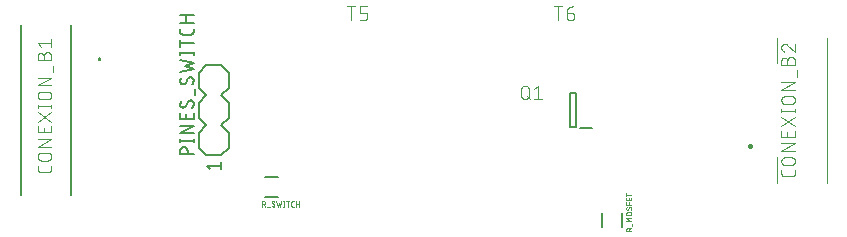
<source format=gbr>
G04 EAGLE Gerber X2 export*
%TF.Part,Single*%
%TF.FileFunction,Legend,Top,1*%
%TF.FilePolarity,Positive*%
%TF.GenerationSoftware,Autodesk,EAGLE,9.1.0*%
%TF.CreationDate,2020-06-24T00:00:21Z*%
G75*
%MOMM*%
%FSLAX34Y34*%
%LPD*%
%AMOC8*
5,1,8,0,0,1.08239X$1,22.5*%
G01*
%ADD10C,0.200000*%
%ADD11C,0.101600*%
%ADD12C,0.152400*%
%ADD13C,0.127000*%
%ADD14C,0.050800*%
%ADD15C,0.100000*%
%ADD16C,0.300000*%
%ADD17C,0.300000*%


D10*
X547250Y130500D02*
X542750Y130500D01*
X542750Y159500D01*
X547250Y159500D01*
X547250Y130500D01*
X550750Y130000D02*
X561250Y130000D01*
D11*
X501183Y157404D02*
X501183Y162596D01*
X501182Y162596D02*
X501184Y162709D01*
X501190Y162822D01*
X501200Y162935D01*
X501214Y163048D01*
X501231Y163160D01*
X501253Y163271D01*
X501278Y163381D01*
X501308Y163491D01*
X501341Y163599D01*
X501378Y163706D01*
X501418Y163812D01*
X501463Y163916D01*
X501511Y164019D01*
X501562Y164120D01*
X501617Y164219D01*
X501675Y164316D01*
X501737Y164411D01*
X501802Y164504D01*
X501870Y164594D01*
X501941Y164682D01*
X502016Y164768D01*
X502093Y164851D01*
X502173Y164931D01*
X502256Y165008D01*
X502342Y165083D01*
X502430Y165154D01*
X502520Y165222D01*
X502613Y165287D01*
X502708Y165349D01*
X502805Y165407D01*
X502904Y165462D01*
X503005Y165513D01*
X503108Y165561D01*
X503212Y165606D01*
X503318Y165646D01*
X503425Y165683D01*
X503533Y165716D01*
X503643Y165746D01*
X503753Y165771D01*
X503864Y165793D01*
X503976Y165810D01*
X504089Y165824D01*
X504202Y165834D01*
X504315Y165840D01*
X504428Y165842D01*
X504541Y165840D01*
X504654Y165834D01*
X504767Y165824D01*
X504880Y165810D01*
X504992Y165793D01*
X505103Y165771D01*
X505213Y165746D01*
X505323Y165716D01*
X505431Y165683D01*
X505538Y165646D01*
X505644Y165606D01*
X505748Y165561D01*
X505851Y165513D01*
X505952Y165462D01*
X506051Y165407D01*
X506148Y165349D01*
X506243Y165287D01*
X506336Y165222D01*
X506426Y165154D01*
X506514Y165083D01*
X506600Y165008D01*
X506683Y164931D01*
X506763Y164851D01*
X506840Y164768D01*
X506915Y164682D01*
X506986Y164594D01*
X507054Y164504D01*
X507119Y164411D01*
X507181Y164316D01*
X507239Y164219D01*
X507294Y164120D01*
X507345Y164019D01*
X507393Y163916D01*
X507438Y163812D01*
X507478Y163706D01*
X507515Y163599D01*
X507548Y163491D01*
X507578Y163381D01*
X507603Y163271D01*
X507625Y163160D01*
X507642Y163048D01*
X507656Y162935D01*
X507666Y162822D01*
X507672Y162709D01*
X507674Y162596D01*
X507674Y157404D01*
X507672Y157291D01*
X507666Y157178D01*
X507656Y157065D01*
X507642Y156952D01*
X507625Y156840D01*
X507603Y156729D01*
X507578Y156619D01*
X507548Y156509D01*
X507515Y156401D01*
X507478Y156294D01*
X507438Y156188D01*
X507393Y156084D01*
X507345Y155981D01*
X507294Y155880D01*
X507239Y155781D01*
X507181Y155684D01*
X507119Y155589D01*
X507054Y155496D01*
X506986Y155406D01*
X506915Y155318D01*
X506840Y155232D01*
X506763Y155149D01*
X506683Y155069D01*
X506600Y154992D01*
X506514Y154917D01*
X506426Y154846D01*
X506336Y154778D01*
X506243Y154713D01*
X506148Y154651D01*
X506051Y154593D01*
X505952Y154538D01*
X505851Y154487D01*
X505748Y154439D01*
X505644Y154394D01*
X505538Y154354D01*
X505431Y154317D01*
X505323Y154284D01*
X505213Y154254D01*
X505103Y154229D01*
X504992Y154207D01*
X504880Y154190D01*
X504767Y154176D01*
X504654Y154166D01*
X504541Y154160D01*
X504428Y154158D01*
X504315Y154160D01*
X504202Y154166D01*
X504089Y154176D01*
X503976Y154190D01*
X503864Y154207D01*
X503753Y154229D01*
X503643Y154254D01*
X503533Y154284D01*
X503425Y154317D01*
X503318Y154354D01*
X503212Y154394D01*
X503108Y154439D01*
X503005Y154487D01*
X502904Y154538D01*
X502805Y154593D01*
X502708Y154651D01*
X502613Y154713D01*
X502520Y154778D01*
X502430Y154846D01*
X502342Y154917D01*
X502256Y154992D01*
X502173Y155069D01*
X502093Y155149D01*
X502016Y155232D01*
X501941Y155318D01*
X501870Y155406D01*
X501802Y155496D01*
X501737Y155589D01*
X501675Y155684D01*
X501617Y155781D01*
X501562Y155880D01*
X501511Y155981D01*
X501463Y156084D01*
X501418Y156188D01*
X501378Y156294D01*
X501341Y156401D01*
X501308Y156509D01*
X501278Y156619D01*
X501253Y156729D01*
X501231Y156840D01*
X501214Y156952D01*
X501200Y157065D01*
X501190Y157178D01*
X501184Y157291D01*
X501182Y157404D01*
X506375Y156754D02*
X508972Y154158D01*
X512326Y163246D02*
X515572Y165842D01*
X515572Y154158D01*
X518817Y154158D02*
X512326Y154158D01*
X357110Y221144D02*
X357110Y232851D01*
X360361Y232851D02*
X353858Y232851D01*
X364545Y221144D02*
X368447Y221144D01*
X368447Y221145D02*
X368547Y221147D01*
X368646Y221153D01*
X368745Y221162D01*
X368844Y221175D01*
X368942Y221193D01*
X369040Y221213D01*
X369136Y221238D01*
X369232Y221266D01*
X369326Y221298D01*
X369419Y221334D01*
X369511Y221373D01*
X369601Y221415D01*
X369690Y221461D01*
X369776Y221510D01*
X369861Y221563D01*
X369943Y221619D01*
X370024Y221677D01*
X370102Y221739D01*
X370178Y221804D01*
X370251Y221872D01*
X370321Y221942D01*
X370389Y222016D01*
X370454Y222091D01*
X370516Y222169D01*
X370574Y222250D01*
X370630Y222332D01*
X370683Y222417D01*
X370732Y222503D01*
X370778Y222592D01*
X370820Y222682D01*
X370859Y222774D01*
X370895Y222867D01*
X370927Y222961D01*
X370955Y223057D01*
X370980Y223153D01*
X371000Y223251D01*
X371018Y223349D01*
X371031Y223448D01*
X371040Y223547D01*
X371046Y223646D01*
X371048Y223746D01*
X371048Y225046D01*
X371046Y225146D01*
X371040Y225245D01*
X371031Y225344D01*
X371018Y225443D01*
X371000Y225541D01*
X370980Y225639D01*
X370955Y225735D01*
X370927Y225831D01*
X370895Y225925D01*
X370859Y226018D01*
X370820Y226110D01*
X370778Y226200D01*
X370732Y226289D01*
X370683Y226375D01*
X370630Y226460D01*
X370574Y226542D01*
X370516Y226623D01*
X370454Y226701D01*
X370389Y226777D01*
X370321Y226850D01*
X370251Y226920D01*
X370178Y226988D01*
X370102Y227053D01*
X370024Y227115D01*
X369943Y227173D01*
X369861Y227229D01*
X369776Y227282D01*
X369690Y227331D01*
X369601Y227377D01*
X369511Y227419D01*
X369419Y227458D01*
X369326Y227494D01*
X369232Y227526D01*
X369136Y227554D01*
X369040Y227579D01*
X368942Y227599D01*
X368844Y227617D01*
X368745Y227630D01*
X368646Y227639D01*
X368547Y227645D01*
X368447Y227647D01*
X368447Y227648D02*
X364545Y227648D01*
X364545Y232851D01*
X371048Y232851D01*
X532110Y232851D02*
X532110Y221144D01*
X528858Y232851D02*
X535361Y232851D01*
X539545Y227648D02*
X543447Y227648D01*
X543447Y227647D02*
X543547Y227645D01*
X543646Y227639D01*
X543745Y227630D01*
X543844Y227617D01*
X543942Y227599D01*
X544040Y227579D01*
X544136Y227554D01*
X544232Y227526D01*
X544326Y227494D01*
X544419Y227458D01*
X544511Y227419D01*
X544601Y227377D01*
X544690Y227331D01*
X544776Y227282D01*
X544861Y227229D01*
X544943Y227173D01*
X545024Y227115D01*
X545102Y227053D01*
X545178Y226988D01*
X545251Y226920D01*
X545321Y226850D01*
X545389Y226777D01*
X545454Y226701D01*
X545516Y226623D01*
X545574Y226542D01*
X545630Y226460D01*
X545683Y226375D01*
X545732Y226289D01*
X545778Y226200D01*
X545820Y226110D01*
X545859Y226018D01*
X545895Y225925D01*
X545927Y225831D01*
X545955Y225735D01*
X545980Y225639D01*
X546000Y225541D01*
X546018Y225443D01*
X546031Y225344D01*
X546040Y225245D01*
X546046Y225146D01*
X546048Y225046D01*
X546048Y224396D01*
X546046Y224284D01*
X546040Y224172D01*
X546031Y224060D01*
X546017Y223948D01*
X546000Y223837D01*
X545978Y223727D01*
X545954Y223618D01*
X545925Y223509D01*
X545892Y223402D01*
X545856Y223295D01*
X545816Y223191D01*
X545773Y223087D01*
X545726Y222985D01*
X545676Y222885D01*
X545622Y222786D01*
X545564Y222690D01*
X545504Y222595D01*
X545440Y222503D01*
X545373Y222413D01*
X545303Y222325D01*
X545230Y222240D01*
X545154Y222157D01*
X545076Y222077D01*
X544994Y221999D01*
X544910Y221925D01*
X544824Y221853D01*
X544735Y221785D01*
X544643Y221720D01*
X544550Y221657D01*
X544454Y221599D01*
X544357Y221543D01*
X544257Y221491D01*
X544156Y221442D01*
X544053Y221397D01*
X543949Y221355D01*
X543844Y221317D01*
X543737Y221283D01*
X543629Y221252D01*
X543520Y221226D01*
X543410Y221202D01*
X543299Y221183D01*
X543188Y221168D01*
X543076Y221156D01*
X542964Y221148D01*
X542852Y221144D01*
X542740Y221144D01*
X542628Y221148D01*
X542516Y221156D01*
X542404Y221168D01*
X542293Y221183D01*
X542182Y221202D01*
X542072Y221226D01*
X541963Y221252D01*
X541855Y221283D01*
X541748Y221317D01*
X541643Y221355D01*
X541539Y221397D01*
X541436Y221442D01*
X541335Y221491D01*
X541235Y221543D01*
X541138Y221599D01*
X541042Y221657D01*
X540949Y221720D01*
X540857Y221785D01*
X540768Y221853D01*
X540682Y221925D01*
X540598Y221999D01*
X540516Y222077D01*
X540438Y222157D01*
X540362Y222240D01*
X540289Y222325D01*
X540219Y222413D01*
X540152Y222503D01*
X540088Y222595D01*
X540028Y222690D01*
X539970Y222786D01*
X539916Y222885D01*
X539866Y222985D01*
X539819Y223087D01*
X539776Y223191D01*
X539736Y223295D01*
X539700Y223402D01*
X539667Y223509D01*
X539638Y223618D01*
X539614Y223727D01*
X539592Y223837D01*
X539575Y223948D01*
X539561Y224060D01*
X539552Y224172D01*
X539546Y224284D01*
X539544Y224396D01*
X539545Y224396D02*
X539545Y227648D01*
X539547Y227791D01*
X539553Y227935D01*
X539563Y228078D01*
X539577Y228220D01*
X539594Y228363D01*
X539616Y228504D01*
X539642Y228645D01*
X539671Y228786D01*
X539704Y228925D01*
X539741Y229064D01*
X539782Y229201D01*
X539827Y229337D01*
X539875Y229472D01*
X539927Y229606D01*
X539983Y229738D01*
X540043Y229869D01*
X540106Y229997D01*
X540172Y230124D01*
X540242Y230249D01*
X540315Y230373D01*
X540392Y230494D01*
X540472Y230613D01*
X540556Y230729D01*
X540642Y230844D01*
X540732Y230956D01*
X540824Y231065D01*
X540920Y231172D01*
X541019Y231276D01*
X541120Y231377D01*
X541224Y231476D01*
X541331Y231572D01*
X541440Y231664D01*
X541552Y231754D01*
X541667Y231840D01*
X541783Y231924D01*
X541902Y232004D01*
X542023Y232081D01*
X542146Y232154D01*
X542272Y232224D01*
X542399Y232290D01*
X542527Y232353D01*
X542658Y232413D01*
X542790Y232469D01*
X542924Y232521D01*
X543059Y232569D01*
X543195Y232614D01*
X543332Y232655D01*
X543471Y232692D01*
X543610Y232725D01*
X543751Y232754D01*
X543892Y232780D01*
X544033Y232802D01*
X544176Y232819D01*
X544318Y232833D01*
X544461Y232843D01*
X544605Y232849D01*
X544748Y232851D01*
D10*
X120000Y216900D02*
X120000Y73100D01*
X78000Y73100D02*
X78000Y216900D01*
X143332Y188490D02*
X143334Y188541D01*
X143340Y188592D01*
X143350Y188642D01*
X143363Y188691D01*
X143381Y188739D01*
X143402Y188785D01*
X143427Y188830D01*
X143455Y188873D01*
X143486Y188913D01*
X143520Y188951D01*
X143557Y188986D01*
X143597Y189018D01*
X143639Y189047D01*
X143683Y189072D01*
X143729Y189094D01*
X143777Y189113D01*
X143826Y189127D01*
X143876Y189138D01*
X143926Y189145D01*
X143977Y189148D01*
X144028Y189147D01*
X144079Y189142D01*
X144129Y189133D01*
X144179Y189120D01*
X144227Y189104D01*
X144274Y189084D01*
X144319Y189060D01*
X144362Y189033D01*
X144403Y189002D01*
X144442Y188969D01*
X144477Y188932D01*
X144510Y188893D01*
X144540Y188852D01*
X144566Y188808D01*
X144589Y188762D01*
X144608Y188715D01*
X144624Y188666D01*
X144636Y188617D01*
X144644Y188566D01*
X144648Y188516D01*
X144648Y188464D01*
X144644Y188414D01*
X144636Y188363D01*
X144624Y188314D01*
X144608Y188265D01*
X144589Y188218D01*
X144566Y188172D01*
X144540Y188128D01*
X144510Y188087D01*
X144477Y188048D01*
X144442Y188011D01*
X144403Y187978D01*
X144362Y187947D01*
X144319Y187920D01*
X144274Y187896D01*
X144227Y187876D01*
X144179Y187860D01*
X144129Y187847D01*
X144079Y187838D01*
X144028Y187833D01*
X143977Y187832D01*
X143926Y187835D01*
X143876Y187842D01*
X143826Y187853D01*
X143777Y187867D01*
X143729Y187886D01*
X143683Y187908D01*
X143639Y187933D01*
X143597Y187962D01*
X143557Y187994D01*
X143520Y188029D01*
X143486Y188067D01*
X143455Y188107D01*
X143427Y188150D01*
X143402Y188195D01*
X143381Y188241D01*
X143363Y188289D01*
X143350Y188338D01*
X143340Y188388D01*
X143334Y188439D01*
X143332Y188490D01*
D11*
X103482Y98052D02*
X103482Y95456D01*
X103480Y95357D01*
X103474Y95257D01*
X103465Y95158D01*
X103452Y95060D01*
X103435Y94962D01*
X103414Y94864D01*
X103389Y94768D01*
X103361Y94673D01*
X103329Y94579D01*
X103294Y94486D01*
X103255Y94394D01*
X103212Y94304D01*
X103167Y94216D01*
X103117Y94129D01*
X103065Y94045D01*
X103009Y93962D01*
X102951Y93882D01*
X102889Y93804D01*
X102824Y93729D01*
X102756Y93656D01*
X102686Y93586D01*
X102613Y93518D01*
X102538Y93453D01*
X102460Y93391D01*
X102380Y93333D01*
X102297Y93277D01*
X102213Y93225D01*
X102126Y93175D01*
X102038Y93130D01*
X101948Y93087D01*
X101856Y93048D01*
X101763Y93013D01*
X101669Y92981D01*
X101574Y92953D01*
X101478Y92928D01*
X101380Y92907D01*
X101282Y92890D01*
X101184Y92877D01*
X101085Y92868D01*
X100985Y92862D01*
X100886Y92860D01*
X100886Y92859D02*
X94394Y92859D01*
X94295Y92861D01*
X94195Y92867D01*
X94096Y92876D01*
X93998Y92889D01*
X93900Y92907D01*
X93802Y92927D01*
X93706Y92952D01*
X93610Y92980D01*
X93516Y93012D01*
X93423Y93047D01*
X93332Y93086D01*
X93242Y93129D01*
X93153Y93174D01*
X93067Y93224D01*
X92982Y93276D01*
X92900Y93332D01*
X92820Y93391D01*
X92742Y93452D01*
X92666Y93517D01*
X92593Y93585D01*
X92523Y93655D01*
X92455Y93728D01*
X92390Y93804D01*
X92329Y93882D01*
X92270Y93962D01*
X92214Y94044D01*
X92162Y94129D01*
X92113Y94215D01*
X92067Y94304D01*
X92024Y94394D01*
X91985Y94485D01*
X91950Y94578D01*
X91918Y94672D01*
X91890Y94768D01*
X91865Y94864D01*
X91845Y94962D01*
X91827Y95060D01*
X91814Y95158D01*
X91805Y95257D01*
X91799Y95356D01*
X91797Y95456D01*
X91798Y95456D02*
X91798Y98052D01*
X95044Y102418D02*
X100236Y102418D01*
X95044Y102417D02*
X94931Y102419D01*
X94818Y102425D01*
X94705Y102435D01*
X94592Y102449D01*
X94480Y102466D01*
X94369Y102488D01*
X94259Y102513D01*
X94149Y102543D01*
X94041Y102576D01*
X93934Y102613D01*
X93828Y102653D01*
X93724Y102698D01*
X93621Y102746D01*
X93520Y102797D01*
X93421Y102852D01*
X93324Y102910D01*
X93229Y102972D01*
X93136Y103037D01*
X93046Y103105D01*
X92958Y103176D01*
X92872Y103251D01*
X92789Y103328D01*
X92709Y103408D01*
X92632Y103491D01*
X92557Y103577D01*
X92486Y103665D01*
X92418Y103755D01*
X92353Y103848D01*
X92291Y103943D01*
X92233Y104040D01*
X92178Y104139D01*
X92127Y104240D01*
X92079Y104343D01*
X92034Y104447D01*
X91994Y104553D01*
X91957Y104660D01*
X91924Y104768D01*
X91894Y104878D01*
X91869Y104988D01*
X91847Y105099D01*
X91830Y105211D01*
X91816Y105324D01*
X91806Y105437D01*
X91800Y105550D01*
X91798Y105663D01*
X91800Y105776D01*
X91806Y105889D01*
X91816Y106002D01*
X91830Y106115D01*
X91847Y106227D01*
X91869Y106338D01*
X91894Y106448D01*
X91924Y106558D01*
X91957Y106666D01*
X91994Y106773D01*
X92034Y106879D01*
X92079Y106983D01*
X92127Y107086D01*
X92178Y107187D01*
X92233Y107286D01*
X92291Y107383D01*
X92353Y107478D01*
X92418Y107571D01*
X92486Y107661D01*
X92557Y107749D01*
X92632Y107835D01*
X92709Y107918D01*
X92789Y107998D01*
X92872Y108075D01*
X92958Y108150D01*
X93046Y108221D01*
X93136Y108289D01*
X93229Y108354D01*
X93324Y108416D01*
X93421Y108474D01*
X93520Y108529D01*
X93621Y108580D01*
X93724Y108628D01*
X93828Y108673D01*
X93934Y108713D01*
X94041Y108750D01*
X94149Y108783D01*
X94259Y108813D01*
X94369Y108838D01*
X94480Y108860D01*
X94592Y108877D01*
X94705Y108891D01*
X94818Y108901D01*
X94931Y108907D01*
X95044Y108909D01*
X100236Y108909D01*
X100349Y108907D01*
X100462Y108901D01*
X100575Y108891D01*
X100688Y108877D01*
X100800Y108860D01*
X100911Y108838D01*
X101021Y108813D01*
X101131Y108783D01*
X101239Y108750D01*
X101346Y108713D01*
X101452Y108673D01*
X101556Y108628D01*
X101659Y108580D01*
X101760Y108529D01*
X101859Y108474D01*
X101956Y108416D01*
X102051Y108354D01*
X102144Y108289D01*
X102234Y108221D01*
X102322Y108150D01*
X102408Y108075D01*
X102491Y107998D01*
X102571Y107918D01*
X102648Y107835D01*
X102723Y107749D01*
X102794Y107661D01*
X102862Y107571D01*
X102927Y107478D01*
X102989Y107383D01*
X103047Y107286D01*
X103102Y107187D01*
X103153Y107086D01*
X103201Y106983D01*
X103246Y106879D01*
X103286Y106773D01*
X103323Y106666D01*
X103356Y106558D01*
X103386Y106448D01*
X103411Y106338D01*
X103433Y106227D01*
X103450Y106115D01*
X103464Y106002D01*
X103474Y105889D01*
X103480Y105776D01*
X103482Y105663D01*
X103480Y105550D01*
X103474Y105437D01*
X103464Y105324D01*
X103450Y105211D01*
X103433Y105099D01*
X103411Y104988D01*
X103386Y104878D01*
X103356Y104768D01*
X103323Y104660D01*
X103286Y104553D01*
X103246Y104447D01*
X103201Y104343D01*
X103153Y104240D01*
X103102Y104139D01*
X103047Y104040D01*
X102989Y103943D01*
X102927Y103848D01*
X102862Y103755D01*
X102794Y103665D01*
X102723Y103577D01*
X102648Y103491D01*
X102571Y103408D01*
X102491Y103328D01*
X102408Y103251D01*
X102322Y103176D01*
X102234Y103105D01*
X102144Y103037D01*
X102051Y102972D01*
X101956Y102910D01*
X101859Y102852D01*
X101760Y102797D01*
X101659Y102746D01*
X101556Y102698D01*
X101452Y102653D01*
X101346Y102613D01*
X101239Y102576D01*
X101131Y102543D01*
X101021Y102513D01*
X100911Y102488D01*
X100800Y102466D01*
X100688Y102449D01*
X100575Y102435D01*
X100462Y102425D01*
X100349Y102419D01*
X100236Y102417D01*
X103482Y114229D02*
X91798Y114229D01*
X103482Y120720D01*
X91798Y120720D01*
X103482Y126443D02*
X103482Y131636D01*
X103482Y126443D02*
X91798Y126443D01*
X91798Y131636D01*
X96991Y130338D02*
X96991Y126443D01*
X103482Y135296D02*
X91798Y143086D01*
X91798Y135296D02*
X103482Y143086D01*
X103482Y148335D02*
X91798Y148335D01*
X103482Y147037D02*
X103482Y149633D01*
X91798Y149633D02*
X91798Y147037D01*
X95044Y154234D02*
X100236Y154234D01*
X95044Y154233D02*
X94931Y154235D01*
X94818Y154241D01*
X94705Y154251D01*
X94592Y154265D01*
X94480Y154282D01*
X94369Y154304D01*
X94259Y154329D01*
X94149Y154359D01*
X94041Y154392D01*
X93934Y154429D01*
X93828Y154469D01*
X93724Y154514D01*
X93621Y154562D01*
X93520Y154613D01*
X93421Y154668D01*
X93324Y154726D01*
X93229Y154788D01*
X93136Y154853D01*
X93046Y154921D01*
X92958Y154992D01*
X92872Y155067D01*
X92789Y155144D01*
X92709Y155224D01*
X92632Y155307D01*
X92557Y155393D01*
X92486Y155481D01*
X92418Y155571D01*
X92353Y155664D01*
X92291Y155759D01*
X92233Y155856D01*
X92178Y155955D01*
X92127Y156056D01*
X92079Y156159D01*
X92034Y156263D01*
X91994Y156369D01*
X91957Y156476D01*
X91924Y156584D01*
X91894Y156694D01*
X91869Y156804D01*
X91847Y156915D01*
X91830Y157027D01*
X91816Y157140D01*
X91806Y157253D01*
X91800Y157366D01*
X91798Y157479D01*
X91800Y157592D01*
X91806Y157705D01*
X91816Y157818D01*
X91830Y157931D01*
X91847Y158043D01*
X91869Y158154D01*
X91894Y158264D01*
X91924Y158374D01*
X91957Y158482D01*
X91994Y158589D01*
X92034Y158695D01*
X92079Y158799D01*
X92127Y158902D01*
X92178Y159003D01*
X92233Y159102D01*
X92291Y159199D01*
X92353Y159294D01*
X92418Y159387D01*
X92486Y159477D01*
X92557Y159565D01*
X92632Y159651D01*
X92709Y159734D01*
X92789Y159814D01*
X92872Y159891D01*
X92958Y159966D01*
X93046Y160037D01*
X93136Y160105D01*
X93229Y160170D01*
X93324Y160232D01*
X93421Y160290D01*
X93520Y160345D01*
X93621Y160396D01*
X93724Y160444D01*
X93828Y160489D01*
X93934Y160529D01*
X94041Y160566D01*
X94149Y160599D01*
X94259Y160629D01*
X94369Y160654D01*
X94480Y160676D01*
X94592Y160693D01*
X94705Y160707D01*
X94818Y160717D01*
X94931Y160723D01*
X95044Y160725D01*
X100236Y160725D01*
X100349Y160723D01*
X100462Y160717D01*
X100575Y160707D01*
X100688Y160693D01*
X100800Y160676D01*
X100911Y160654D01*
X101021Y160629D01*
X101131Y160599D01*
X101239Y160566D01*
X101346Y160529D01*
X101452Y160489D01*
X101556Y160444D01*
X101659Y160396D01*
X101760Y160345D01*
X101859Y160290D01*
X101956Y160232D01*
X102051Y160170D01*
X102144Y160105D01*
X102234Y160037D01*
X102322Y159966D01*
X102408Y159891D01*
X102491Y159814D01*
X102571Y159734D01*
X102648Y159651D01*
X102723Y159565D01*
X102794Y159477D01*
X102862Y159387D01*
X102927Y159294D01*
X102989Y159199D01*
X103047Y159102D01*
X103102Y159003D01*
X103153Y158902D01*
X103201Y158799D01*
X103246Y158695D01*
X103286Y158589D01*
X103323Y158482D01*
X103356Y158374D01*
X103386Y158264D01*
X103411Y158154D01*
X103433Y158043D01*
X103450Y157931D01*
X103464Y157818D01*
X103474Y157705D01*
X103480Y157592D01*
X103482Y157479D01*
X103480Y157366D01*
X103474Y157253D01*
X103464Y157140D01*
X103450Y157027D01*
X103433Y156915D01*
X103411Y156804D01*
X103386Y156694D01*
X103356Y156584D01*
X103323Y156476D01*
X103286Y156369D01*
X103246Y156263D01*
X103201Y156159D01*
X103153Y156056D01*
X103102Y155955D01*
X103047Y155856D01*
X102989Y155759D01*
X102927Y155664D01*
X102862Y155571D01*
X102794Y155481D01*
X102723Y155393D01*
X102648Y155307D01*
X102571Y155224D01*
X102491Y155144D01*
X102408Y155067D01*
X102322Y154992D01*
X102234Y154921D01*
X102144Y154853D01*
X102051Y154788D01*
X101956Y154726D01*
X101859Y154668D01*
X101760Y154613D01*
X101659Y154562D01*
X101556Y154514D01*
X101452Y154469D01*
X101346Y154429D01*
X101239Y154392D01*
X101131Y154359D01*
X101021Y154329D01*
X100911Y154304D01*
X100800Y154282D01*
X100688Y154265D01*
X100575Y154251D01*
X100462Y154241D01*
X100349Y154235D01*
X100236Y154233D01*
X103482Y166045D02*
X91798Y166045D01*
X103482Y172536D01*
X91798Y172536D01*
X104780Y177362D02*
X104780Y182555D01*
X96991Y187550D02*
X96991Y190795D01*
X96990Y190795D02*
X96992Y190908D01*
X96998Y191021D01*
X97008Y191134D01*
X97022Y191247D01*
X97039Y191359D01*
X97061Y191470D01*
X97086Y191580D01*
X97116Y191690D01*
X97149Y191798D01*
X97186Y191905D01*
X97226Y192011D01*
X97271Y192115D01*
X97319Y192218D01*
X97370Y192319D01*
X97425Y192418D01*
X97483Y192515D01*
X97545Y192610D01*
X97610Y192703D01*
X97678Y192793D01*
X97749Y192881D01*
X97824Y192967D01*
X97901Y193050D01*
X97981Y193130D01*
X98064Y193207D01*
X98150Y193282D01*
X98238Y193353D01*
X98328Y193421D01*
X98421Y193486D01*
X98516Y193548D01*
X98613Y193606D01*
X98712Y193661D01*
X98813Y193712D01*
X98916Y193760D01*
X99020Y193805D01*
X99126Y193845D01*
X99233Y193882D01*
X99341Y193915D01*
X99451Y193945D01*
X99561Y193970D01*
X99672Y193992D01*
X99784Y194009D01*
X99897Y194023D01*
X100010Y194033D01*
X100123Y194039D01*
X100236Y194041D01*
X100349Y194039D01*
X100462Y194033D01*
X100575Y194023D01*
X100688Y194009D01*
X100800Y193992D01*
X100911Y193970D01*
X101021Y193945D01*
X101131Y193915D01*
X101239Y193882D01*
X101346Y193845D01*
X101452Y193805D01*
X101556Y193760D01*
X101659Y193712D01*
X101760Y193661D01*
X101859Y193606D01*
X101956Y193548D01*
X102051Y193486D01*
X102144Y193421D01*
X102234Y193353D01*
X102322Y193282D01*
X102408Y193207D01*
X102491Y193130D01*
X102571Y193050D01*
X102648Y192967D01*
X102723Y192881D01*
X102794Y192793D01*
X102862Y192703D01*
X102927Y192610D01*
X102989Y192515D01*
X103047Y192418D01*
X103102Y192319D01*
X103153Y192218D01*
X103201Y192115D01*
X103246Y192011D01*
X103286Y191905D01*
X103323Y191798D01*
X103356Y191690D01*
X103386Y191580D01*
X103411Y191470D01*
X103433Y191359D01*
X103450Y191247D01*
X103464Y191134D01*
X103474Y191021D01*
X103480Y190908D01*
X103482Y190795D01*
X103482Y187550D01*
X91798Y187550D01*
X91798Y190795D01*
X91800Y190896D01*
X91806Y190996D01*
X91816Y191096D01*
X91829Y191196D01*
X91847Y191295D01*
X91868Y191394D01*
X91893Y191491D01*
X91922Y191588D01*
X91955Y191683D01*
X91991Y191777D01*
X92031Y191869D01*
X92074Y191960D01*
X92121Y192049D01*
X92171Y192136D01*
X92225Y192222D01*
X92282Y192305D01*
X92342Y192385D01*
X92405Y192464D01*
X92472Y192540D01*
X92541Y192613D01*
X92613Y192683D01*
X92687Y192751D01*
X92764Y192816D01*
X92844Y192877D01*
X92926Y192936D01*
X93010Y192991D01*
X93096Y193043D01*
X93184Y193092D01*
X93274Y193137D01*
X93366Y193179D01*
X93459Y193217D01*
X93554Y193251D01*
X93649Y193282D01*
X93746Y193309D01*
X93844Y193332D01*
X93943Y193352D01*
X94043Y193367D01*
X94143Y193379D01*
X94243Y193387D01*
X94344Y193391D01*
X94444Y193391D01*
X94545Y193387D01*
X94645Y193379D01*
X94745Y193367D01*
X94845Y193352D01*
X94944Y193332D01*
X95042Y193309D01*
X95139Y193282D01*
X95234Y193251D01*
X95329Y193217D01*
X95422Y193179D01*
X95514Y193137D01*
X95604Y193092D01*
X95692Y193043D01*
X95778Y192991D01*
X95862Y192936D01*
X95944Y192877D01*
X96024Y192816D01*
X96101Y192751D01*
X96175Y192683D01*
X96247Y192613D01*
X96316Y192540D01*
X96383Y192464D01*
X96446Y192385D01*
X96506Y192305D01*
X96563Y192222D01*
X96617Y192136D01*
X96667Y192049D01*
X96714Y191960D01*
X96757Y191869D01*
X96797Y191777D01*
X96833Y191683D01*
X96866Y191588D01*
X96895Y191491D01*
X96920Y191394D01*
X96941Y191295D01*
X96959Y191196D01*
X96972Y191096D01*
X96982Y190996D01*
X96988Y190896D01*
X96990Y190795D01*
X94394Y198429D02*
X91798Y201675D01*
X103482Y201675D01*
X103482Y198429D02*
X103482Y204921D01*
D12*
X228300Y125950D02*
X228300Y113250D01*
X228300Y125950D02*
X234650Y132300D01*
X247350Y132300D02*
X253700Y125950D01*
X234650Y132300D02*
X228300Y138650D01*
X228300Y151350D01*
X234650Y157700D01*
X247350Y157700D02*
X253700Y151350D01*
X253700Y138650D01*
X247350Y132300D01*
X247350Y106900D02*
X234650Y106900D01*
X228300Y113250D01*
X247350Y106900D02*
X253700Y113250D01*
X253700Y125950D01*
X234650Y157700D02*
X228300Y164050D01*
X228300Y176750D01*
X234650Y183100D01*
X247350Y183100D02*
X253700Y176750D01*
X253700Y164050D01*
X247350Y157700D01*
X247350Y183100D02*
X234650Y183100D01*
D13*
X235285Y98010D02*
X237825Y94835D01*
X235285Y98010D02*
X246715Y98010D01*
X246715Y94835D02*
X246715Y101185D01*
X223855Y107535D02*
X212425Y107535D01*
X212425Y110710D01*
X212427Y110821D01*
X212433Y110931D01*
X212442Y111042D01*
X212456Y111152D01*
X212473Y111261D01*
X212494Y111370D01*
X212519Y111478D01*
X212548Y111585D01*
X212580Y111691D01*
X212616Y111796D01*
X212656Y111899D01*
X212699Y112001D01*
X212746Y112102D01*
X212797Y112201D01*
X212850Y112297D01*
X212907Y112392D01*
X212968Y112485D01*
X213031Y112576D01*
X213098Y112665D01*
X213168Y112751D01*
X213241Y112834D01*
X213316Y112916D01*
X213394Y112994D01*
X213476Y113069D01*
X213559Y113142D01*
X213645Y113212D01*
X213734Y113279D01*
X213825Y113342D01*
X213918Y113403D01*
X214013Y113460D01*
X214109Y113513D01*
X214208Y113564D01*
X214309Y113611D01*
X214411Y113654D01*
X214514Y113694D01*
X214619Y113730D01*
X214725Y113762D01*
X214832Y113791D01*
X214940Y113816D01*
X215049Y113837D01*
X215158Y113854D01*
X215268Y113868D01*
X215379Y113877D01*
X215489Y113883D01*
X215600Y113885D01*
X215711Y113883D01*
X215821Y113877D01*
X215932Y113868D01*
X216042Y113854D01*
X216151Y113837D01*
X216260Y113816D01*
X216368Y113791D01*
X216475Y113762D01*
X216581Y113730D01*
X216686Y113694D01*
X216789Y113654D01*
X216891Y113611D01*
X216992Y113564D01*
X217091Y113513D01*
X217188Y113460D01*
X217282Y113403D01*
X217375Y113342D01*
X217466Y113279D01*
X217555Y113212D01*
X217641Y113142D01*
X217724Y113069D01*
X217806Y112994D01*
X217884Y112916D01*
X217959Y112834D01*
X218032Y112751D01*
X218102Y112665D01*
X218169Y112576D01*
X218232Y112485D01*
X218293Y112392D01*
X218350Y112298D01*
X218403Y112201D01*
X218454Y112102D01*
X218501Y112001D01*
X218544Y111899D01*
X218584Y111796D01*
X218620Y111691D01*
X218652Y111585D01*
X218681Y111478D01*
X218706Y111370D01*
X218727Y111261D01*
X218744Y111152D01*
X218758Y111042D01*
X218767Y110931D01*
X218773Y110821D01*
X218775Y110710D01*
X218775Y107535D01*
X223855Y119283D02*
X212425Y119283D01*
X223855Y118013D02*
X223855Y120553D01*
X212425Y120553D02*
X212425Y118013D01*
X212425Y125633D02*
X223855Y125633D01*
X223855Y131983D02*
X212425Y125633D01*
X212425Y131983D02*
X223855Y131983D01*
X223855Y137850D02*
X223855Y142930D01*
X223855Y137850D02*
X212425Y137850D01*
X212425Y142930D01*
X217505Y141660D02*
X217505Y137850D01*
X223855Y150778D02*
X223853Y150878D01*
X223847Y150977D01*
X223837Y151077D01*
X223824Y151175D01*
X223806Y151274D01*
X223785Y151371D01*
X223760Y151467D01*
X223731Y151563D01*
X223698Y151657D01*
X223662Y151750D01*
X223622Y151841D01*
X223578Y151931D01*
X223531Y152019D01*
X223481Y152105D01*
X223427Y152189D01*
X223370Y152271D01*
X223310Y152350D01*
X223246Y152428D01*
X223180Y152502D01*
X223111Y152574D01*
X223039Y152643D01*
X222965Y152709D01*
X222887Y152773D01*
X222808Y152833D01*
X222726Y152890D01*
X222642Y152944D01*
X222556Y152994D01*
X222468Y153041D01*
X222378Y153085D01*
X222287Y153125D01*
X222194Y153161D01*
X222100Y153194D01*
X222004Y153223D01*
X221908Y153248D01*
X221811Y153269D01*
X221712Y153287D01*
X221614Y153300D01*
X221514Y153310D01*
X221415Y153316D01*
X221315Y153318D01*
X223855Y150778D02*
X223853Y150637D01*
X223848Y150496D01*
X223838Y150355D01*
X223825Y150214D01*
X223809Y150074D01*
X223788Y149934D01*
X223764Y149795D01*
X223736Y149656D01*
X223705Y149519D01*
X223670Y149382D01*
X223632Y149246D01*
X223590Y149111D01*
X223544Y148978D01*
X223495Y148845D01*
X223442Y148714D01*
X223386Y148585D01*
X223327Y148456D01*
X223264Y148330D01*
X223198Y148205D01*
X223129Y148082D01*
X223056Y147961D01*
X222980Y147842D01*
X222901Y147724D01*
X222820Y147609D01*
X222735Y147497D01*
X222647Y147386D01*
X222556Y147278D01*
X222463Y147172D01*
X222366Y147069D01*
X222267Y146968D01*
X214965Y147286D02*
X214865Y147288D01*
X214766Y147294D01*
X214666Y147304D01*
X214568Y147317D01*
X214469Y147335D01*
X214372Y147356D01*
X214276Y147381D01*
X214180Y147410D01*
X214086Y147443D01*
X213993Y147479D01*
X213902Y147519D01*
X213812Y147563D01*
X213724Y147610D01*
X213638Y147660D01*
X213554Y147714D01*
X213472Y147771D01*
X213393Y147831D01*
X213315Y147895D01*
X213241Y147961D01*
X213169Y148030D01*
X213100Y148102D01*
X213034Y148176D01*
X212970Y148254D01*
X212910Y148333D01*
X212853Y148415D01*
X212799Y148499D01*
X212749Y148585D01*
X212702Y148673D01*
X212658Y148763D01*
X212618Y148854D01*
X212582Y148947D01*
X212549Y149041D01*
X212520Y149137D01*
X212495Y149233D01*
X212474Y149330D01*
X212456Y149429D01*
X212443Y149527D01*
X212433Y149627D01*
X212427Y149726D01*
X212425Y149826D01*
X212427Y149959D01*
X212432Y150092D01*
X212442Y150225D01*
X212455Y150358D01*
X212472Y150490D01*
X212492Y150622D01*
X212516Y150753D01*
X212544Y150883D01*
X212575Y151013D01*
X212610Y151141D01*
X212649Y151269D01*
X212691Y151395D01*
X212737Y151520D01*
X212786Y151644D01*
X212838Y151767D01*
X212894Y151888D01*
X212954Y152007D01*
X213016Y152125D01*
X213082Y152240D01*
X213151Y152354D01*
X213224Y152466D01*
X213299Y152576D01*
X213378Y152684D01*
X217188Y148556D02*
X217136Y148472D01*
X217081Y148389D01*
X217022Y148309D01*
X216961Y148231D01*
X216897Y148156D01*
X216829Y148083D01*
X216759Y148012D01*
X216687Y147945D01*
X216612Y147880D01*
X216534Y147818D01*
X216454Y147759D01*
X216372Y147703D01*
X216288Y147651D01*
X216202Y147602D01*
X216114Y147556D01*
X216024Y147513D01*
X215933Y147474D01*
X215840Y147439D01*
X215746Y147407D01*
X215651Y147379D01*
X215555Y147354D01*
X215458Y147334D01*
X215360Y147316D01*
X215262Y147303D01*
X215163Y147294D01*
X215064Y147288D01*
X214965Y147286D01*
X219092Y152049D02*
X219144Y152133D01*
X219199Y152216D01*
X219258Y152296D01*
X219319Y152374D01*
X219383Y152449D01*
X219451Y152522D01*
X219521Y152593D01*
X219593Y152660D01*
X219668Y152725D01*
X219746Y152787D01*
X219826Y152846D01*
X219908Y152902D01*
X219992Y152954D01*
X220078Y153003D01*
X220166Y153049D01*
X220256Y153092D01*
X220347Y153131D01*
X220440Y153166D01*
X220534Y153198D01*
X220629Y153226D01*
X220725Y153251D01*
X220822Y153271D01*
X220920Y153289D01*
X221018Y153302D01*
X221117Y153311D01*
X221216Y153317D01*
X221315Y153319D01*
X219093Y152048D02*
X217188Y148556D01*
X225125Y157509D02*
X225125Y162589D01*
X223855Y170590D02*
X223853Y170690D01*
X223847Y170789D01*
X223837Y170889D01*
X223824Y170987D01*
X223806Y171086D01*
X223785Y171183D01*
X223760Y171279D01*
X223731Y171375D01*
X223698Y171469D01*
X223662Y171562D01*
X223622Y171653D01*
X223578Y171743D01*
X223531Y171831D01*
X223481Y171917D01*
X223427Y172001D01*
X223370Y172083D01*
X223310Y172162D01*
X223246Y172240D01*
X223180Y172314D01*
X223111Y172386D01*
X223039Y172455D01*
X222965Y172521D01*
X222887Y172585D01*
X222808Y172645D01*
X222726Y172702D01*
X222642Y172756D01*
X222556Y172806D01*
X222468Y172853D01*
X222378Y172897D01*
X222287Y172937D01*
X222194Y172973D01*
X222100Y173006D01*
X222004Y173035D01*
X221908Y173060D01*
X221811Y173081D01*
X221712Y173099D01*
X221614Y173112D01*
X221514Y173122D01*
X221415Y173128D01*
X221315Y173130D01*
X223855Y170590D02*
X223853Y170449D01*
X223848Y170308D01*
X223838Y170167D01*
X223825Y170026D01*
X223809Y169886D01*
X223788Y169746D01*
X223764Y169607D01*
X223736Y169468D01*
X223705Y169331D01*
X223670Y169194D01*
X223632Y169058D01*
X223590Y168923D01*
X223544Y168790D01*
X223495Y168657D01*
X223442Y168526D01*
X223386Y168397D01*
X223327Y168268D01*
X223264Y168142D01*
X223198Y168017D01*
X223129Y167894D01*
X223056Y167773D01*
X222980Y167654D01*
X222901Y167536D01*
X222820Y167421D01*
X222735Y167309D01*
X222647Y167198D01*
X222556Y167090D01*
X222463Y166984D01*
X222366Y166881D01*
X222267Y166780D01*
X214965Y167098D02*
X214865Y167100D01*
X214766Y167106D01*
X214666Y167116D01*
X214568Y167129D01*
X214469Y167147D01*
X214372Y167168D01*
X214276Y167193D01*
X214180Y167222D01*
X214086Y167255D01*
X213993Y167291D01*
X213902Y167331D01*
X213812Y167375D01*
X213724Y167422D01*
X213638Y167472D01*
X213554Y167526D01*
X213472Y167583D01*
X213393Y167643D01*
X213315Y167707D01*
X213241Y167773D01*
X213169Y167842D01*
X213100Y167914D01*
X213034Y167988D01*
X212970Y168066D01*
X212910Y168145D01*
X212853Y168227D01*
X212799Y168311D01*
X212749Y168397D01*
X212702Y168485D01*
X212658Y168575D01*
X212618Y168666D01*
X212582Y168759D01*
X212549Y168853D01*
X212520Y168949D01*
X212495Y169045D01*
X212474Y169142D01*
X212456Y169241D01*
X212443Y169339D01*
X212433Y169439D01*
X212427Y169538D01*
X212425Y169638D01*
X212427Y169771D01*
X212432Y169904D01*
X212442Y170037D01*
X212455Y170170D01*
X212472Y170302D01*
X212492Y170434D01*
X212516Y170565D01*
X212544Y170695D01*
X212575Y170825D01*
X212610Y170953D01*
X212649Y171081D01*
X212691Y171207D01*
X212737Y171332D01*
X212786Y171456D01*
X212838Y171579D01*
X212894Y171700D01*
X212954Y171819D01*
X213016Y171937D01*
X213082Y172052D01*
X213151Y172166D01*
X213224Y172278D01*
X213299Y172388D01*
X213378Y172496D01*
X217188Y168368D02*
X217136Y168284D01*
X217081Y168201D01*
X217022Y168121D01*
X216961Y168043D01*
X216897Y167968D01*
X216829Y167895D01*
X216759Y167824D01*
X216687Y167757D01*
X216612Y167692D01*
X216534Y167630D01*
X216454Y167571D01*
X216372Y167515D01*
X216288Y167463D01*
X216202Y167414D01*
X216114Y167368D01*
X216024Y167325D01*
X215933Y167286D01*
X215840Y167251D01*
X215746Y167219D01*
X215651Y167191D01*
X215555Y167166D01*
X215458Y167146D01*
X215360Y167128D01*
X215262Y167115D01*
X215163Y167106D01*
X215064Y167100D01*
X214965Y167098D01*
X219092Y171861D02*
X219144Y171945D01*
X219199Y172028D01*
X219258Y172108D01*
X219319Y172186D01*
X219383Y172261D01*
X219451Y172334D01*
X219521Y172405D01*
X219593Y172472D01*
X219668Y172537D01*
X219746Y172599D01*
X219826Y172658D01*
X219908Y172714D01*
X219992Y172766D01*
X220078Y172815D01*
X220166Y172861D01*
X220256Y172904D01*
X220347Y172943D01*
X220440Y172978D01*
X220534Y173010D01*
X220629Y173038D01*
X220725Y173063D01*
X220822Y173083D01*
X220920Y173101D01*
X221018Y173114D01*
X221117Y173123D01*
X221216Y173129D01*
X221315Y173131D01*
X219093Y171860D02*
X217188Y168368D01*
X212425Y177448D02*
X223855Y179988D01*
X216235Y182528D01*
X223855Y185068D01*
X212425Y187608D01*
X212425Y193196D02*
X223855Y193196D01*
X223855Y191926D02*
X223855Y194466D01*
X212425Y194466D02*
X212425Y191926D01*
X212425Y201578D02*
X223855Y201578D01*
X212425Y198403D02*
X212425Y204753D01*
X223855Y211574D02*
X223855Y214114D01*
X223855Y211574D02*
X223853Y211474D01*
X223847Y211375D01*
X223837Y211275D01*
X223824Y211177D01*
X223806Y211078D01*
X223785Y210981D01*
X223760Y210885D01*
X223731Y210789D01*
X223698Y210695D01*
X223662Y210602D01*
X223622Y210511D01*
X223578Y210421D01*
X223531Y210333D01*
X223481Y210247D01*
X223427Y210163D01*
X223370Y210081D01*
X223310Y210002D01*
X223246Y209924D01*
X223180Y209850D01*
X223111Y209778D01*
X223039Y209709D01*
X222965Y209643D01*
X222887Y209579D01*
X222808Y209519D01*
X222726Y209462D01*
X222642Y209408D01*
X222556Y209358D01*
X222468Y209311D01*
X222378Y209267D01*
X222287Y209227D01*
X222194Y209191D01*
X222100Y209158D01*
X222004Y209129D01*
X221908Y209104D01*
X221811Y209083D01*
X221712Y209065D01*
X221614Y209052D01*
X221514Y209042D01*
X221415Y209036D01*
X221315Y209034D01*
X214965Y209034D01*
X214865Y209036D01*
X214766Y209042D01*
X214666Y209052D01*
X214568Y209065D01*
X214469Y209083D01*
X214372Y209104D01*
X214276Y209129D01*
X214180Y209158D01*
X214086Y209191D01*
X213993Y209227D01*
X213902Y209267D01*
X213812Y209311D01*
X213724Y209358D01*
X213638Y209408D01*
X213554Y209462D01*
X213472Y209519D01*
X213393Y209579D01*
X213315Y209643D01*
X213241Y209709D01*
X213169Y209778D01*
X213100Y209850D01*
X213034Y209924D01*
X212970Y210002D01*
X212910Y210081D01*
X212853Y210163D01*
X212799Y210247D01*
X212749Y210333D01*
X212702Y210421D01*
X212658Y210511D01*
X212618Y210602D01*
X212582Y210695D01*
X212549Y210789D01*
X212520Y210885D01*
X212495Y210981D01*
X212474Y211078D01*
X212456Y211177D01*
X212443Y211275D01*
X212433Y211375D01*
X212427Y211474D01*
X212425Y211574D01*
X212425Y214114D01*
X212425Y218977D02*
X223855Y218977D01*
X217505Y218977D02*
X217505Y225327D01*
X212425Y225327D02*
X223855Y225327D01*
X586300Y57700D02*
X586300Y46300D01*
X569700Y46300D02*
X569700Y57700D01*
D14*
X590054Y42684D02*
X594546Y42684D01*
X590054Y42684D02*
X590054Y43931D01*
X590056Y44000D01*
X590062Y44068D01*
X590071Y44136D01*
X590084Y44204D01*
X590101Y44271D01*
X590122Y44336D01*
X590146Y44401D01*
X590173Y44464D01*
X590204Y44525D01*
X590239Y44585D01*
X590276Y44642D01*
X590317Y44698D01*
X590361Y44751D01*
X590407Y44801D01*
X590457Y44849D01*
X590509Y44894D01*
X590563Y44937D01*
X590619Y44976D01*
X590678Y45012D01*
X590738Y45045D01*
X590801Y45074D01*
X590864Y45100D01*
X590929Y45122D01*
X590996Y45141D01*
X591063Y45156D01*
X591131Y45167D01*
X591199Y45175D01*
X591268Y45179D01*
X591336Y45179D01*
X591405Y45175D01*
X591473Y45167D01*
X591541Y45156D01*
X591608Y45141D01*
X591675Y45122D01*
X591740Y45100D01*
X591803Y45074D01*
X591866Y45045D01*
X591926Y45012D01*
X591985Y44976D01*
X592041Y44937D01*
X592095Y44894D01*
X592147Y44849D01*
X592197Y44801D01*
X592243Y44751D01*
X592287Y44698D01*
X592328Y44642D01*
X592365Y44585D01*
X592400Y44525D01*
X592431Y44464D01*
X592458Y44401D01*
X592482Y44336D01*
X592503Y44271D01*
X592520Y44204D01*
X592533Y44136D01*
X592542Y44068D01*
X592548Y44000D01*
X592550Y43931D01*
X592550Y42684D01*
X592550Y44181D02*
X594546Y45179D01*
X595045Y46950D02*
X595045Y48947D01*
X594546Y50951D02*
X590054Y50951D01*
X592550Y52448D01*
X590054Y53946D01*
X594546Y53946D01*
X593298Y56151D02*
X591302Y56151D01*
X591302Y56150D02*
X591233Y56152D01*
X591165Y56158D01*
X591097Y56167D01*
X591029Y56180D01*
X590962Y56197D01*
X590897Y56218D01*
X590832Y56242D01*
X590769Y56269D01*
X590708Y56300D01*
X590648Y56335D01*
X590591Y56372D01*
X590535Y56413D01*
X590482Y56457D01*
X590432Y56503D01*
X590384Y56553D01*
X590339Y56605D01*
X590296Y56659D01*
X590257Y56715D01*
X590221Y56774D01*
X590188Y56834D01*
X590159Y56897D01*
X590133Y56960D01*
X590111Y57025D01*
X590092Y57092D01*
X590077Y57159D01*
X590066Y57227D01*
X590058Y57295D01*
X590054Y57364D01*
X590054Y57432D01*
X590058Y57501D01*
X590066Y57569D01*
X590077Y57637D01*
X590092Y57704D01*
X590111Y57771D01*
X590133Y57836D01*
X590159Y57899D01*
X590188Y57962D01*
X590221Y58022D01*
X590257Y58081D01*
X590296Y58137D01*
X590339Y58191D01*
X590384Y58243D01*
X590432Y58293D01*
X590482Y58339D01*
X590535Y58383D01*
X590591Y58424D01*
X590648Y58461D01*
X590708Y58496D01*
X590769Y58527D01*
X590832Y58554D01*
X590897Y58578D01*
X590962Y58599D01*
X591029Y58616D01*
X591097Y58629D01*
X591165Y58638D01*
X591233Y58644D01*
X591302Y58646D01*
X593298Y58646D01*
X593367Y58644D01*
X593435Y58638D01*
X593503Y58629D01*
X593571Y58616D01*
X593638Y58599D01*
X593703Y58578D01*
X593768Y58554D01*
X593831Y58527D01*
X593892Y58496D01*
X593952Y58461D01*
X594009Y58424D01*
X594065Y58383D01*
X594118Y58339D01*
X594168Y58293D01*
X594216Y58243D01*
X594261Y58191D01*
X594304Y58137D01*
X594343Y58081D01*
X594379Y58022D01*
X594412Y57962D01*
X594441Y57899D01*
X594467Y57836D01*
X594489Y57771D01*
X594508Y57704D01*
X594523Y57637D01*
X594534Y57569D01*
X594542Y57501D01*
X594546Y57432D01*
X594546Y57364D01*
X594542Y57295D01*
X594534Y57227D01*
X594523Y57159D01*
X594508Y57092D01*
X594489Y57025D01*
X594467Y56960D01*
X594441Y56897D01*
X594412Y56834D01*
X594379Y56774D01*
X594343Y56715D01*
X594304Y56659D01*
X594261Y56605D01*
X594216Y56553D01*
X594168Y56503D01*
X594118Y56457D01*
X594065Y56413D01*
X594009Y56372D01*
X593952Y56335D01*
X593892Y56300D01*
X593831Y56269D01*
X593768Y56242D01*
X593703Y56218D01*
X593638Y56197D01*
X593571Y56180D01*
X593503Y56167D01*
X593435Y56158D01*
X593367Y56152D01*
X593298Y56150D01*
X594546Y61998D02*
X594544Y62058D01*
X594539Y62118D01*
X594530Y62178D01*
X594517Y62237D01*
X594501Y62295D01*
X594481Y62352D01*
X594458Y62408D01*
X594432Y62462D01*
X594402Y62514D01*
X594369Y62565D01*
X594334Y62613D01*
X594295Y62660D01*
X594254Y62704D01*
X594210Y62745D01*
X594163Y62784D01*
X594115Y62819D01*
X594064Y62852D01*
X594012Y62882D01*
X593958Y62908D01*
X593902Y62931D01*
X593845Y62951D01*
X593787Y62967D01*
X593728Y62980D01*
X593668Y62989D01*
X593608Y62994D01*
X593548Y62996D01*
X594546Y61998D02*
X594544Y61910D01*
X594539Y61823D01*
X594530Y61736D01*
X594517Y61649D01*
X594501Y61563D01*
X594481Y61478D01*
X594457Y61393D01*
X594431Y61310D01*
X594400Y61227D01*
X594366Y61147D01*
X594329Y61067D01*
X594289Y60989D01*
X594246Y60913D01*
X594199Y60839D01*
X594149Y60767D01*
X594097Y60697D01*
X594041Y60629D01*
X593983Y60563D01*
X593922Y60500D01*
X591052Y60626D02*
X590992Y60628D01*
X590932Y60633D01*
X590872Y60642D01*
X590813Y60655D01*
X590755Y60671D01*
X590698Y60691D01*
X590642Y60714D01*
X590588Y60740D01*
X590536Y60770D01*
X590485Y60803D01*
X590437Y60838D01*
X590390Y60877D01*
X590346Y60918D01*
X590305Y60962D01*
X590266Y61009D01*
X590231Y61057D01*
X590198Y61108D01*
X590168Y61160D01*
X590142Y61214D01*
X590119Y61270D01*
X590099Y61327D01*
X590083Y61385D01*
X590070Y61444D01*
X590061Y61504D01*
X590056Y61564D01*
X590054Y61624D01*
X590056Y61710D01*
X590062Y61796D01*
X590072Y61881D01*
X590086Y61966D01*
X590103Y62050D01*
X590125Y62134D01*
X590150Y62216D01*
X590179Y62297D01*
X590212Y62377D01*
X590248Y62454D01*
X590288Y62531D01*
X590332Y62605D01*
X590378Y62677D01*
X590428Y62747D01*
X591926Y61124D02*
X591893Y61072D01*
X591856Y61022D01*
X591817Y60974D01*
X591775Y60928D01*
X591730Y60885D01*
X591683Y60845D01*
X591634Y60808D01*
X591582Y60774D01*
X591528Y60744D01*
X591472Y60716D01*
X591415Y60692D01*
X591357Y60672D01*
X591297Y60655D01*
X591237Y60642D01*
X591176Y60633D01*
X591114Y60627D01*
X591052Y60625D01*
X592674Y62497D02*
X592707Y62549D01*
X592744Y62599D01*
X592783Y62647D01*
X592825Y62693D01*
X592870Y62736D01*
X592917Y62776D01*
X592966Y62813D01*
X593018Y62847D01*
X593072Y62877D01*
X593128Y62905D01*
X593185Y62929D01*
X593243Y62949D01*
X593303Y62966D01*
X593363Y62979D01*
X593424Y62988D01*
X593486Y62994D01*
X593548Y62996D01*
X592674Y62497D02*
X591926Y61124D01*
X590054Y65011D02*
X594546Y65011D01*
X590054Y65011D02*
X590054Y67007D01*
X592050Y67007D02*
X592050Y65011D01*
X594546Y68911D02*
X594546Y70907D01*
X594546Y68911D02*
X590054Y68911D01*
X590054Y70907D01*
X592050Y70408D02*
X592050Y68911D01*
X590054Y73598D02*
X594546Y73598D01*
X590054Y72350D02*
X590054Y74846D01*
D13*
X295700Y71700D02*
X284300Y71700D01*
X284300Y88300D02*
X295700Y88300D01*
D14*
X281884Y67946D02*
X281884Y63454D01*
X281884Y67946D02*
X283131Y67946D01*
X283200Y67944D01*
X283268Y67938D01*
X283336Y67929D01*
X283404Y67916D01*
X283471Y67899D01*
X283536Y67878D01*
X283601Y67854D01*
X283664Y67827D01*
X283725Y67796D01*
X283785Y67761D01*
X283842Y67724D01*
X283898Y67683D01*
X283951Y67639D01*
X284001Y67593D01*
X284049Y67543D01*
X284094Y67491D01*
X284137Y67437D01*
X284176Y67381D01*
X284212Y67322D01*
X284245Y67262D01*
X284274Y67199D01*
X284300Y67136D01*
X284322Y67071D01*
X284341Y67004D01*
X284356Y66937D01*
X284367Y66869D01*
X284375Y66801D01*
X284379Y66732D01*
X284379Y66664D01*
X284375Y66595D01*
X284367Y66527D01*
X284356Y66459D01*
X284341Y66392D01*
X284322Y66325D01*
X284300Y66260D01*
X284274Y66197D01*
X284245Y66134D01*
X284212Y66074D01*
X284176Y66015D01*
X284137Y65959D01*
X284094Y65905D01*
X284049Y65853D01*
X284001Y65803D01*
X283951Y65757D01*
X283898Y65713D01*
X283842Y65672D01*
X283785Y65635D01*
X283725Y65600D01*
X283664Y65569D01*
X283601Y65542D01*
X283536Y65518D01*
X283471Y65497D01*
X283404Y65480D01*
X283336Y65467D01*
X283268Y65458D01*
X283200Y65452D01*
X283131Y65450D01*
X281884Y65450D01*
X283381Y65450D02*
X284379Y63454D01*
X286150Y62955D02*
X288147Y62955D01*
X291298Y63454D02*
X291361Y63456D01*
X291423Y63462D01*
X291485Y63472D01*
X291546Y63485D01*
X291606Y63503D01*
X291665Y63524D01*
X291723Y63549D01*
X291779Y63577D01*
X291833Y63609D01*
X291885Y63645D01*
X291934Y63683D01*
X291981Y63725D01*
X292026Y63769D01*
X292067Y63816D01*
X292105Y63865D01*
X292141Y63917D01*
X292173Y63971D01*
X292201Y64027D01*
X292226Y64085D01*
X292247Y64144D01*
X292265Y64204D01*
X292278Y64265D01*
X292288Y64327D01*
X292294Y64389D01*
X292296Y64452D01*
X291298Y63454D02*
X291210Y63456D01*
X291123Y63461D01*
X291036Y63470D01*
X290949Y63483D01*
X290863Y63499D01*
X290778Y63519D01*
X290693Y63543D01*
X290610Y63569D01*
X290527Y63600D01*
X290447Y63634D01*
X290367Y63671D01*
X290289Y63711D01*
X290213Y63754D01*
X290139Y63801D01*
X290067Y63851D01*
X289997Y63903D01*
X289929Y63959D01*
X289863Y64017D01*
X289800Y64078D01*
X289926Y66948D02*
X289928Y67008D01*
X289933Y67068D01*
X289942Y67128D01*
X289955Y67187D01*
X289971Y67245D01*
X289991Y67302D01*
X290014Y67358D01*
X290040Y67412D01*
X290070Y67464D01*
X290103Y67515D01*
X290138Y67563D01*
X290177Y67610D01*
X290218Y67654D01*
X290262Y67695D01*
X290309Y67734D01*
X290357Y67769D01*
X290408Y67802D01*
X290460Y67832D01*
X290514Y67858D01*
X290570Y67881D01*
X290627Y67901D01*
X290685Y67917D01*
X290744Y67930D01*
X290804Y67939D01*
X290864Y67944D01*
X290924Y67946D01*
X291010Y67944D01*
X291096Y67938D01*
X291181Y67928D01*
X291266Y67914D01*
X291350Y67897D01*
X291434Y67875D01*
X291516Y67850D01*
X291597Y67821D01*
X291677Y67788D01*
X291754Y67752D01*
X291831Y67712D01*
X291905Y67668D01*
X291977Y67622D01*
X292047Y67572D01*
X290424Y66074D02*
X290372Y66107D01*
X290322Y66144D01*
X290274Y66183D01*
X290228Y66225D01*
X290185Y66270D01*
X290145Y66317D01*
X290108Y66366D01*
X290074Y66418D01*
X290044Y66472D01*
X290016Y66528D01*
X289992Y66585D01*
X289972Y66643D01*
X289955Y66703D01*
X289942Y66763D01*
X289933Y66824D01*
X289927Y66886D01*
X289925Y66948D01*
X291797Y65326D02*
X291849Y65293D01*
X291899Y65256D01*
X291947Y65217D01*
X291993Y65175D01*
X292036Y65130D01*
X292076Y65083D01*
X292113Y65034D01*
X292147Y64982D01*
X292177Y64928D01*
X292205Y64872D01*
X292229Y64815D01*
X292249Y64757D01*
X292266Y64697D01*
X292279Y64637D01*
X292288Y64576D01*
X292294Y64514D01*
X292296Y64452D01*
X291797Y65326D02*
X290424Y66074D01*
X294002Y67946D02*
X295000Y63454D01*
X295998Y66449D01*
X296997Y63454D01*
X297995Y67946D01*
X300198Y67946D02*
X300198Y63454D01*
X299699Y63454D02*
X300697Y63454D01*
X300697Y67946D02*
X299699Y67946D01*
X303498Y67946D02*
X303498Y63454D01*
X302251Y67946D02*
X304746Y67946D01*
X307434Y63454D02*
X308432Y63454D01*
X307434Y63454D02*
X307374Y63456D01*
X307314Y63461D01*
X307254Y63470D01*
X307195Y63483D01*
X307137Y63499D01*
X307080Y63519D01*
X307024Y63542D01*
X306970Y63568D01*
X306918Y63598D01*
X306867Y63631D01*
X306819Y63666D01*
X306772Y63705D01*
X306728Y63746D01*
X306687Y63790D01*
X306648Y63837D01*
X306613Y63885D01*
X306580Y63936D01*
X306550Y63988D01*
X306524Y64042D01*
X306501Y64098D01*
X306481Y64155D01*
X306465Y64213D01*
X306452Y64272D01*
X306443Y64332D01*
X306438Y64392D01*
X306436Y64452D01*
X306436Y66948D01*
X306438Y67011D01*
X306444Y67073D01*
X306454Y67135D01*
X306467Y67196D01*
X306485Y67256D01*
X306506Y67315D01*
X306531Y67373D01*
X306559Y67429D01*
X306591Y67483D01*
X306627Y67535D01*
X306665Y67584D01*
X306706Y67631D01*
X306751Y67675D01*
X306798Y67717D01*
X306847Y67755D01*
X306899Y67791D01*
X306953Y67823D01*
X307009Y67851D01*
X307067Y67876D01*
X307126Y67897D01*
X307186Y67915D01*
X307247Y67928D01*
X307309Y67938D01*
X307371Y67944D01*
X307434Y67946D01*
X308432Y67946D01*
X310350Y67946D02*
X310350Y63454D01*
X310350Y65950D02*
X312846Y65950D01*
X312846Y67946D02*
X312846Y63454D01*
D15*
X760000Y83750D02*
X760000Y206250D01*
X718000Y206250D02*
X718000Y185000D01*
X718000Y105000D02*
X718000Y83750D01*
D16*
X695000Y115000D03*
D17*
X694956Y114998D01*
X694913Y114992D01*
X694871Y114983D01*
X694829Y114970D01*
X694789Y114953D01*
X694750Y114933D01*
X694713Y114910D01*
X694679Y114883D01*
X694646Y114854D01*
X694617Y114821D01*
X694590Y114787D01*
X694567Y114750D01*
X694547Y114711D01*
X694530Y114671D01*
X694517Y114629D01*
X694508Y114587D01*
X694502Y114544D01*
X694500Y114500D01*
X694502Y114456D01*
X694508Y114413D01*
X694517Y114371D01*
X694530Y114329D01*
X694547Y114289D01*
X694567Y114250D01*
X694590Y114213D01*
X694617Y114179D01*
X694646Y114146D01*
X694679Y114117D01*
X694713Y114090D01*
X694750Y114067D01*
X694789Y114047D01*
X694829Y114030D01*
X694871Y114017D01*
X694913Y114008D01*
X694956Y114002D01*
X695000Y114000D01*
D16*
X695000Y114000D03*
D17*
X695044Y114002D01*
X695087Y114008D01*
X695129Y114017D01*
X695171Y114030D01*
X695211Y114047D01*
X695250Y114067D01*
X695287Y114090D01*
X695321Y114117D01*
X695354Y114146D01*
X695383Y114179D01*
X695410Y114213D01*
X695433Y114250D01*
X695453Y114289D01*
X695470Y114329D01*
X695483Y114371D01*
X695492Y114413D01*
X695498Y114456D01*
X695500Y114500D01*
X695498Y114544D01*
X695492Y114587D01*
X695483Y114629D01*
X695470Y114671D01*
X695453Y114711D01*
X695433Y114750D01*
X695410Y114787D01*
X695383Y114821D01*
X695354Y114854D01*
X695321Y114883D01*
X695287Y114910D01*
X695250Y114933D01*
X695211Y114953D01*
X695171Y114970D01*
X695129Y114983D01*
X695087Y114992D01*
X695044Y114998D01*
X695000Y115000D01*
D11*
X733092Y94162D02*
X733092Y91566D01*
X733090Y91467D01*
X733084Y91367D01*
X733075Y91268D01*
X733062Y91170D01*
X733045Y91072D01*
X733024Y90974D01*
X732999Y90878D01*
X732971Y90783D01*
X732939Y90689D01*
X732904Y90596D01*
X732865Y90504D01*
X732822Y90414D01*
X732777Y90326D01*
X732727Y90239D01*
X732675Y90155D01*
X732619Y90072D01*
X732561Y89992D01*
X732499Y89914D01*
X732434Y89839D01*
X732366Y89766D01*
X732296Y89696D01*
X732223Y89628D01*
X732148Y89563D01*
X732070Y89501D01*
X731990Y89443D01*
X731907Y89387D01*
X731823Y89335D01*
X731736Y89285D01*
X731648Y89240D01*
X731558Y89197D01*
X731466Y89158D01*
X731373Y89123D01*
X731279Y89091D01*
X731184Y89063D01*
X731088Y89038D01*
X730990Y89017D01*
X730892Y89000D01*
X730794Y88987D01*
X730695Y88978D01*
X730595Y88972D01*
X730496Y88970D01*
X730496Y88969D02*
X724004Y88969D01*
X723905Y88971D01*
X723805Y88977D01*
X723706Y88986D01*
X723608Y88999D01*
X723510Y89017D01*
X723412Y89037D01*
X723316Y89062D01*
X723220Y89090D01*
X723126Y89122D01*
X723033Y89157D01*
X722942Y89196D01*
X722852Y89239D01*
X722763Y89284D01*
X722677Y89334D01*
X722592Y89386D01*
X722510Y89442D01*
X722430Y89501D01*
X722352Y89562D01*
X722276Y89627D01*
X722203Y89695D01*
X722133Y89765D01*
X722065Y89838D01*
X722000Y89914D01*
X721939Y89992D01*
X721880Y90072D01*
X721824Y90154D01*
X721772Y90239D01*
X721723Y90325D01*
X721677Y90414D01*
X721634Y90504D01*
X721595Y90595D01*
X721560Y90688D01*
X721528Y90782D01*
X721500Y90878D01*
X721475Y90974D01*
X721455Y91072D01*
X721437Y91170D01*
X721424Y91268D01*
X721415Y91367D01*
X721409Y91466D01*
X721407Y91566D01*
X721408Y91566D02*
X721408Y94162D01*
X724654Y98528D02*
X729846Y98528D01*
X724654Y98527D02*
X724541Y98529D01*
X724428Y98535D01*
X724315Y98545D01*
X724202Y98559D01*
X724090Y98576D01*
X723979Y98598D01*
X723869Y98623D01*
X723759Y98653D01*
X723651Y98686D01*
X723544Y98723D01*
X723438Y98763D01*
X723334Y98808D01*
X723231Y98856D01*
X723130Y98907D01*
X723031Y98962D01*
X722934Y99020D01*
X722839Y99082D01*
X722746Y99147D01*
X722656Y99215D01*
X722568Y99286D01*
X722482Y99361D01*
X722399Y99438D01*
X722319Y99518D01*
X722242Y99601D01*
X722167Y99687D01*
X722096Y99775D01*
X722028Y99865D01*
X721963Y99958D01*
X721901Y100053D01*
X721843Y100150D01*
X721788Y100249D01*
X721737Y100350D01*
X721689Y100453D01*
X721644Y100557D01*
X721604Y100663D01*
X721567Y100770D01*
X721534Y100878D01*
X721504Y100988D01*
X721479Y101098D01*
X721457Y101209D01*
X721440Y101321D01*
X721426Y101434D01*
X721416Y101547D01*
X721410Y101660D01*
X721408Y101773D01*
X721410Y101886D01*
X721416Y101999D01*
X721426Y102112D01*
X721440Y102225D01*
X721457Y102337D01*
X721479Y102448D01*
X721504Y102558D01*
X721534Y102668D01*
X721567Y102776D01*
X721604Y102883D01*
X721644Y102989D01*
X721689Y103093D01*
X721737Y103196D01*
X721788Y103297D01*
X721843Y103396D01*
X721901Y103493D01*
X721963Y103588D01*
X722028Y103681D01*
X722096Y103771D01*
X722167Y103859D01*
X722242Y103945D01*
X722319Y104028D01*
X722399Y104108D01*
X722482Y104185D01*
X722568Y104260D01*
X722656Y104331D01*
X722746Y104399D01*
X722839Y104464D01*
X722934Y104526D01*
X723031Y104584D01*
X723130Y104639D01*
X723231Y104690D01*
X723334Y104738D01*
X723438Y104783D01*
X723544Y104823D01*
X723651Y104860D01*
X723759Y104893D01*
X723869Y104923D01*
X723979Y104948D01*
X724090Y104970D01*
X724202Y104987D01*
X724315Y105001D01*
X724428Y105011D01*
X724541Y105017D01*
X724654Y105019D01*
X729846Y105019D01*
X729959Y105017D01*
X730072Y105011D01*
X730185Y105001D01*
X730298Y104987D01*
X730410Y104970D01*
X730521Y104948D01*
X730631Y104923D01*
X730741Y104893D01*
X730849Y104860D01*
X730956Y104823D01*
X731062Y104783D01*
X731166Y104738D01*
X731269Y104690D01*
X731370Y104639D01*
X731469Y104584D01*
X731566Y104526D01*
X731661Y104464D01*
X731754Y104399D01*
X731844Y104331D01*
X731932Y104260D01*
X732018Y104185D01*
X732101Y104108D01*
X732181Y104028D01*
X732258Y103945D01*
X732333Y103859D01*
X732404Y103771D01*
X732472Y103681D01*
X732537Y103588D01*
X732599Y103493D01*
X732657Y103396D01*
X732712Y103297D01*
X732763Y103196D01*
X732811Y103093D01*
X732856Y102989D01*
X732896Y102883D01*
X732933Y102776D01*
X732966Y102668D01*
X732996Y102558D01*
X733021Y102448D01*
X733043Y102337D01*
X733060Y102225D01*
X733074Y102112D01*
X733084Y101999D01*
X733090Y101886D01*
X733092Y101773D01*
X733090Y101660D01*
X733084Y101547D01*
X733074Y101434D01*
X733060Y101321D01*
X733043Y101209D01*
X733021Y101098D01*
X732996Y100988D01*
X732966Y100878D01*
X732933Y100770D01*
X732896Y100663D01*
X732856Y100557D01*
X732811Y100453D01*
X732763Y100350D01*
X732712Y100249D01*
X732657Y100150D01*
X732599Y100053D01*
X732537Y99958D01*
X732472Y99865D01*
X732404Y99775D01*
X732333Y99687D01*
X732258Y99601D01*
X732181Y99518D01*
X732101Y99438D01*
X732018Y99361D01*
X731932Y99286D01*
X731844Y99215D01*
X731754Y99147D01*
X731661Y99082D01*
X731566Y99020D01*
X731469Y98962D01*
X731370Y98907D01*
X731269Y98856D01*
X731166Y98808D01*
X731062Y98763D01*
X730956Y98723D01*
X730849Y98686D01*
X730741Y98653D01*
X730631Y98623D01*
X730521Y98598D01*
X730410Y98576D01*
X730298Y98559D01*
X730185Y98545D01*
X730072Y98535D01*
X729959Y98529D01*
X729846Y98527D01*
X733092Y110339D02*
X721408Y110339D01*
X733092Y116830D01*
X721408Y116830D01*
X733092Y122553D02*
X733092Y127746D01*
X733092Y122553D02*
X721408Y122553D01*
X721408Y127746D01*
X726601Y126448D02*
X726601Y122553D01*
X733092Y131406D02*
X721408Y139196D01*
X721408Y131406D02*
X733092Y139196D01*
X733092Y144445D02*
X721408Y144445D01*
X733092Y143147D02*
X733092Y145743D01*
X721408Y145743D02*
X721408Y143147D01*
X724654Y150344D02*
X729846Y150344D01*
X724654Y150343D02*
X724541Y150345D01*
X724428Y150351D01*
X724315Y150361D01*
X724202Y150375D01*
X724090Y150392D01*
X723979Y150414D01*
X723869Y150439D01*
X723759Y150469D01*
X723651Y150502D01*
X723544Y150539D01*
X723438Y150579D01*
X723334Y150624D01*
X723231Y150672D01*
X723130Y150723D01*
X723031Y150778D01*
X722934Y150836D01*
X722839Y150898D01*
X722746Y150963D01*
X722656Y151031D01*
X722568Y151102D01*
X722482Y151177D01*
X722399Y151254D01*
X722319Y151334D01*
X722242Y151417D01*
X722167Y151503D01*
X722096Y151591D01*
X722028Y151681D01*
X721963Y151774D01*
X721901Y151869D01*
X721843Y151966D01*
X721788Y152065D01*
X721737Y152166D01*
X721689Y152269D01*
X721644Y152373D01*
X721604Y152479D01*
X721567Y152586D01*
X721534Y152694D01*
X721504Y152804D01*
X721479Y152914D01*
X721457Y153025D01*
X721440Y153137D01*
X721426Y153250D01*
X721416Y153363D01*
X721410Y153476D01*
X721408Y153589D01*
X721410Y153702D01*
X721416Y153815D01*
X721426Y153928D01*
X721440Y154041D01*
X721457Y154153D01*
X721479Y154264D01*
X721504Y154374D01*
X721534Y154484D01*
X721567Y154592D01*
X721604Y154699D01*
X721644Y154805D01*
X721689Y154909D01*
X721737Y155012D01*
X721788Y155113D01*
X721843Y155212D01*
X721901Y155309D01*
X721963Y155404D01*
X722028Y155497D01*
X722096Y155587D01*
X722167Y155675D01*
X722242Y155761D01*
X722319Y155844D01*
X722399Y155924D01*
X722482Y156001D01*
X722568Y156076D01*
X722656Y156147D01*
X722746Y156215D01*
X722839Y156280D01*
X722934Y156342D01*
X723031Y156400D01*
X723130Y156455D01*
X723231Y156506D01*
X723334Y156554D01*
X723438Y156599D01*
X723544Y156639D01*
X723651Y156676D01*
X723759Y156709D01*
X723869Y156739D01*
X723979Y156764D01*
X724090Y156786D01*
X724202Y156803D01*
X724315Y156817D01*
X724428Y156827D01*
X724541Y156833D01*
X724654Y156835D01*
X729846Y156835D01*
X729959Y156833D01*
X730072Y156827D01*
X730185Y156817D01*
X730298Y156803D01*
X730410Y156786D01*
X730521Y156764D01*
X730631Y156739D01*
X730741Y156709D01*
X730849Y156676D01*
X730956Y156639D01*
X731062Y156599D01*
X731166Y156554D01*
X731269Y156506D01*
X731370Y156455D01*
X731469Y156400D01*
X731566Y156342D01*
X731661Y156280D01*
X731754Y156215D01*
X731844Y156147D01*
X731932Y156076D01*
X732018Y156001D01*
X732101Y155924D01*
X732181Y155844D01*
X732258Y155761D01*
X732333Y155675D01*
X732404Y155587D01*
X732472Y155497D01*
X732537Y155404D01*
X732599Y155309D01*
X732657Y155212D01*
X732712Y155113D01*
X732763Y155012D01*
X732811Y154909D01*
X732856Y154805D01*
X732896Y154699D01*
X732933Y154592D01*
X732966Y154484D01*
X732996Y154374D01*
X733021Y154264D01*
X733043Y154153D01*
X733060Y154041D01*
X733074Y153928D01*
X733084Y153815D01*
X733090Y153702D01*
X733092Y153589D01*
X733090Y153476D01*
X733084Y153363D01*
X733074Y153250D01*
X733060Y153137D01*
X733043Y153025D01*
X733021Y152914D01*
X732996Y152804D01*
X732966Y152694D01*
X732933Y152586D01*
X732896Y152479D01*
X732856Y152373D01*
X732811Y152269D01*
X732763Y152166D01*
X732712Y152065D01*
X732657Y151966D01*
X732599Y151869D01*
X732537Y151774D01*
X732472Y151681D01*
X732404Y151591D01*
X732333Y151503D01*
X732258Y151417D01*
X732181Y151334D01*
X732101Y151254D01*
X732018Y151177D01*
X731932Y151102D01*
X731844Y151031D01*
X731754Y150963D01*
X731661Y150898D01*
X731566Y150836D01*
X731469Y150778D01*
X731370Y150723D01*
X731269Y150672D01*
X731166Y150624D01*
X731062Y150579D01*
X730956Y150539D01*
X730849Y150502D01*
X730741Y150469D01*
X730631Y150439D01*
X730521Y150414D01*
X730410Y150392D01*
X730298Y150375D01*
X730185Y150361D01*
X730072Y150351D01*
X729959Y150345D01*
X729846Y150343D01*
X733092Y162155D02*
X721408Y162155D01*
X733092Y168646D01*
X721408Y168646D01*
X734390Y173472D02*
X734390Y178665D01*
X726601Y183660D02*
X726601Y186905D01*
X726600Y186905D02*
X726602Y187018D01*
X726608Y187131D01*
X726618Y187244D01*
X726632Y187357D01*
X726649Y187469D01*
X726671Y187580D01*
X726696Y187690D01*
X726726Y187800D01*
X726759Y187908D01*
X726796Y188015D01*
X726836Y188121D01*
X726881Y188225D01*
X726929Y188328D01*
X726980Y188429D01*
X727035Y188528D01*
X727093Y188625D01*
X727155Y188720D01*
X727220Y188813D01*
X727288Y188903D01*
X727359Y188991D01*
X727434Y189077D01*
X727511Y189160D01*
X727591Y189240D01*
X727674Y189317D01*
X727760Y189392D01*
X727848Y189463D01*
X727938Y189531D01*
X728031Y189596D01*
X728126Y189658D01*
X728223Y189716D01*
X728322Y189771D01*
X728423Y189822D01*
X728526Y189870D01*
X728630Y189915D01*
X728736Y189955D01*
X728843Y189992D01*
X728951Y190025D01*
X729061Y190055D01*
X729171Y190080D01*
X729282Y190102D01*
X729394Y190119D01*
X729507Y190133D01*
X729620Y190143D01*
X729733Y190149D01*
X729846Y190151D01*
X729959Y190149D01*
X730072Y190143D01*
X730185Y190133D01*
X730298Y190119D01*
X730410Y190102D01*
X730521Y190080D01*
X730631Y190055D01*
X730741Y190025D01*
X730849Y189992D01*
X730956Y189955D01*
X731062Y189915D01*
X731166Y189870D01*
X731269Y189822D01*
X731370Y189771D01*
X731469Y189716D01*
X731566Y189658D01*
X731661Y189596D01*
X731754Y189531D01*
X731844Y189463D01*
X731932Y189392D01*
X732018Y189317D01*
X732101Y189240D01*
X732181Y189160D01*
X732258Y189077D01*
X732333Y188991D01*
X732404Y188903D01*
X732472Y188813D01*
X732537Y188720D01*
X732599Y188625D01*
X732657Y188528D01*
X732712Y188429D01*
X732763Y188328D01*
X732811Y188225D01*
X732856Y188121D01*
X732896Y188015D01*
X732933Y187908D01*
X732966Y187800D01*
X732996Y187690D01*
X733021Y187580D01*
X733043Y187469D01*
X733060Y187357D01*
X733074Y187244D01*
X733084Y187131D01*
X733090Y187018D01*
X733092Y186905D01*
X733092Y183660D01*
X721408Y183660D01*
X721408Y186905D01*
X721410Y187006D01*
X721416Y187106D01*
X721426Y187206D01*
X721439Y187306D01*
X721457Y187405D01*
X721478Y187504D01*
X721503Y187601D01*
X721532Y187698D01*
X721565Y187793D01*
X721601Y187887D01*
X721641Y187979D01*
X721684Y188070D01*
X721731Y188159D01*
X721781Y188246D01*
X721835Y188332D01*
X721892Y188415D01*
X721952Y188495D01*
X722015Y188574D01*
X722082Y188650D01*
X722151Y188723D01*
X722223Y188793D01*
X722297Y188861D01*
X722374Y188926D01*
X722454Y188987D01*
X722536Y189046D01*
X722620Y189101D01*
X722706Y189153D01*
X722794Y189202D01*
X722884Y189247D01*
X722976Y189289D01*
X723069Y189327D01*
X723164Y189361D01*
X723259Y189392D01*
X723356Y189419D01*
X723454Y189442D01*
X723553Y189462D01*
X723653Y189477D01*
X723753Y189489D01*
X723853Y189497D01*
X723954Y189501D01*
X724054Y189501D01*
X724155Y189497D01*
X724255Y189489D01*
X724355Y189477D01*
X724455Y189462D01*
X724554Y189442D01*
X724652Y189419D01*
X724749Y189392D01*
X724844Y189361D01*
X724939Y189327D01*
X725032Y189289D01*
X725124Y189247D01*
X725214Y189202D01*
X725302Y189153D01*
X725388Y189101D01*
X725472Y189046D01*
X725554Y188987D01*
X725634Y188926D01*
X725711Y188861D01*
X725785Y188793D01*
X725857Y188723D01*
X725926Y188650D01*
X725993Y188574D01*
X726056Y188495D01*
X726116Y188415D01*
X726173Y188332D01*
X726227Y188246D01*
X726277Y188159D01*
X726324Y188070D01*
X726367Y187979D01*
X726407Y187887D01*
X726443Y187793D01*
X726476Y187698D01*
X726505Y187601D01*
X726530Y187504D01*
X726551Y187405D01*
X726569Y187306D01*
X726582Y187206D01*
X726592Y187106D01*
X726598Y187006D01*
X726600Y186905D01*
X721408Y198110D02*
X721410Y198217D01*
X721416Y198323D01*
X721426Y198429D01*
X721439Y198535D01*
X721457Y198641D01*
X721478Y198745D01*
X721503Y198849D01*
X721532Y198952D01*
X721564Y199053D01*
X721601Y199153D01*
X721641Y199252D01*
X721684Y199350D01*
X721731Y199446D01*
X721782Y199540D01*
X721836Y199632D01*
X721893Y199722D01*
X721953Y199810D01*
X722017Y199895D01*
X722084Y199978D01*
X722154Y200059D01*
X722226Y200137D01*
X722302Y200213D01*
X722380Y200285D01*
X722461Y200355D01*
X722544Y200422D01*
X722629Y200486D01*
X722717Y200546D01*
X722807Y200603D01*
X722899Y200657D01*
X722993Y200708D01*
X723089Y200755D01*
X723187Y200798D01*
X723286Y200838D01*
X723386Y200875D01*
X723487Y200907D01*
X723590Y200936D01*
X723694Y200961D01*
X723798Y200982D01*
X723904Y201000D01*
X724010Y201013D01*
X724116Y201023D01*
X724222Y201029D01*
X724329Y201031D01*
X721408Y198110D02*
X721410Y197989D01*
X721416Y197868D01*
X721426Y197748D01*
X721439Y197627D01*
X721457Y197508D01*
X721478Y197388D01*
X721503Y197270D01*
X721532Y197153D01*
X721565Y197036D01*
X721601Y196921D01*
X721642Y196807D01*
X721685Y196694D01*
X721733Y196582D01*
X721784Y196473D01*
X721839Y196365D01*
X721897Y196258D01*
X721958Y196154D01*
X722023Y196052D01*
X722091Y195952D01*
X722162Y195854D01*
X722236Y195758D01*
X722313Y195665D01*
X722394Y195575D01*
X722477Y195487D01*
X722563Y195402D01*
X722652Y195319D01*
X722743Y195240D01*
X722837Y195163D01*
X722933Y195090D01*
X723031Y195020D01*
X723132Y194953D01*
X723235Y194889D01*
X723340Y194829D01*
X723447Y194771D01*
X723555Y194718D01*
X723665Y194668D01*
X723777Y194622D01*
X723890Y194579D01*
X724005Y194540D01*
X726601Y200056D02*
X726523Y200135D01*
X726443Y200211D01*
X726360Y200284D01*
X726274Y200354D01*
X726187Y200421D01*
X726096Y200485D01*
X726004Y200545D01*
X725910Y200603D01*
X725813Y200657D01*
X725715Y200707D01*
X725615Y200754D01*
X725514Y200798D01*
X725411Y200838D01*
X725306Y200874D01*
X725201Y200906D01*
X725094Y200935D01*
X724987Y200960D01*
X724878Y200982D01*
X724769Y200999D01*
X724660Y201013D01*
X724550Y201022D01*
X724439Y201028D01*
X724329Y201030D01*
X726601Y200057D02*
X733092Y194539D01*
X733092Y201031D01*
M02*

</source>
